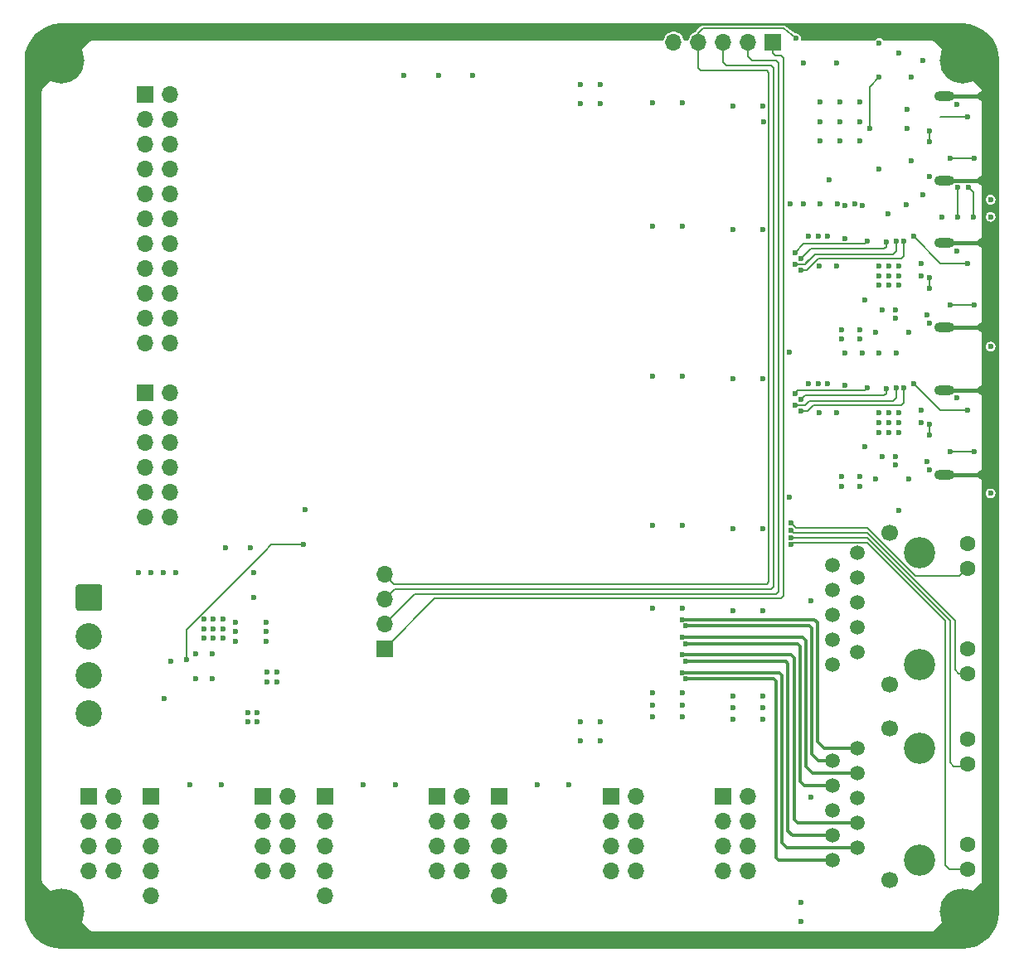
<source format=gbr>
%TF.GenerationSoftware,KiCad,Pcbnew,(5.1.9-0-10_14)*%
%TF.CreationDate,2021-03-28T17:09:14+02:00*%
%TF.ProjectId,FPGA,46504741-2e6b-4696-9361-645f70636258,rev?*%
%TF.SameCoordinates,Original*%
%TF.FileFunction,Copper,L4,Bot*%
%TF.FilePolarity,Positive*%
%FSLAX46Y46*%
G04 Gerber Fmt 4.6, Leading zero omitted, Abs format (unit mm)*
G04 Created by KiCad (PCBNEW (5.1.9-0-10_14)) date 2021-03-28 17:09:14*
%MOMM*%
%LPD*%
G01*
G04 APERTURE LIST*
%TA.AperFunction,ComponentPad*%
%ADD10O,1.600000X1.000000*%
%TD*%
%TA.AperFunction,ComponentPad*%
%ADD11O,2.100000X1.000000*%
%TD*%
%TA.AperFunction,ComponentPad*%
%ADD12O,1.700000X1.700000*%
%TD*%
%TA.AperFunction,ComponentPad*%
%ADD13R,1.700000X1.700000*%
%TD*%
%TA.AperFunction,ComponentPad*%
%ADD14C,3.200000*%
%TD*%
%TA.AperFunction,ComponentPad*%
%ADD15C,1.700000*%
%TD*%
%TA.AperFunction,ComponentPad*%
%ADD16C,1.500000*%
%TD*%
%TA.AperFunction,ComponentPad*%
%ADD17C,1.600000*%
%TD*%
%TA.AperFunction,ComponentPad*%
%ADD18C,4.700000*%
%TD*%
%TA.AperFunction,ComponentPad*%
%ADD19C,2.700000*%
%TD*%
%TA.AperFunction,ViaPad*%
%ADD20C,0.600000*%
%TD*%
%TA.AperFunction,Conductor*%
%ADD21C,0.300000*%
%TD*%
%TA.AperFunction,Conductor*%
%ADD22C,0.200000*%
%TD*%
%TA.AperFunction,Conductor*%
%ADD23C,0.400000*%
%TD*%
%TA.AperFunction,Conductor*%
%ADD24C,0.190500*%
%TD*%
%TA.AperFunction,Conductor*%
%ADD25C,0.100000*%
%TD*%
G04 APERTURE END LIST*
D10*
%TO.P,J501,S1*%
%TO.N,Earth*%
X198325000Y-57680000D03*
X198325000Y-66320000D03*
D11*
X194145000Y-57680000D03*
X194145000Y-66320000D03*
%TD*%
D12*
%TO.P,J4,12*%
%TO.N,/3V3_EXP*%
X115075000Y-100635000D03*
%TO.P,J4,11*%
X112535000Y-100635000D03*
%TO.P,J4,10*%
%TO.N,GND*%
X115075000Y-98095000D03*
%TO.P,J4,9*%
X112535000Y-98095000D03*
%TO.P,J4,8*%
%TO.N,/EXP8*%
X115075000Y-95555000D03*
%TO.P,J4,7*%
%TO.N,/EXP4*%
X112535000Y-95555000D03*
%TO.P,J4,6*%
%TO.N,/EXP7*%
X115075000Y-93015000D03*
%TO.P,J4,5*%
%TO.N,/EXP3*%
X112535000Y-93015000D03*
%TO.P,J4,4*%
%TO.N,/EXP6*%
X115075000Y-90475000D03*
%TO.P,J4,3*%
%TO.N,/EXP2*%
X112535000Y-90475000D03*
%TO.P,J4,2*%
%TO.N,/EXP5*%
X115075000Y-87935000D03*
D13*
%TO.P,J4,1*%
%TO.N,/EXP1*%
X112535000Y-87935000D03*
%TD*%
D12*
%TO.P,J801,22*%
%TO.N,GND*%
X115075000Y-82855000D03*
%TO.P,J801,21*%
%TO.N,/POTI_CLK*%
X112535000Y-82855000D03*
%TO.P,J801,20*%
%TO.N,/POTI_SDO*%
X115075000Y-80315000D03*
%TO.P,J801,19*%
%TO.N,/~POTI_CS*%
X112535000Y-80315000D03*
%TO.P,J801,18*%
%TO.N,/VPOT_A0*%
X115075000Y-77775000D03*
%TO.P,J801,17*%
%TO.N,/VPOT_A3*%
X112535000Y-77775000D03*
%TO.P,J801,16*%
%TO.N,/VPOT_A1*%
X115075000Y-75235000D03*
%TO.P,J801,15*%
%TO.N,/VPOT_A2*%
X112535000Y-75235000D03*
%TO.P,J801,14*%
%TO.N,GND*%
X115075000Y-72695000D03*
%TO.P,J801,13*%
%TO.N,/A*%
X112535000Y-72695000D03*
%TO.P,J801,12*%
%TO.N,GND*%
X115075000Y-70155000D03*
%TO.P,J801,11*%
%TO.N,/B*%
X112535000Y-70155000D03*
%TO.P,J801,10*%
%TO.N,/LED_DATA*%
X115075000Y-67615000D03*
%TO.P,J801,9*%
%TO.N,/~LED_SW_OE*%
X112535000Y-67615000D03*
%TO.P,J801,8*%
%TO.N,/LED_CLK*%
X115075000Y-65075000D03*
%TO.P,J801,7*%
%TO.N,/~LED_DISPLAY_OE*%
X112535000Y-65075000D03*
%TO.P,J801,6*%
%TO.N,/LED_LE*%
X115075000Y-62535000D03*
%TO.P,J801,5*%
%TO.N,/~LED_OE*%
X112535000Y-62535000D03*
%TO.P,J801,4*%
%TO.N,/~SW_SER_CE*%
X115075000Y-59995000D03*
%TO.P,J801,3*%
%TO.N,/~SW_SER_PL*%
X112535000Y-59995000D03*
%TO.P,J801,2*%
%TO.N,/SW_SER_DATA*%
X115075000Y-57455000D03*
D13*
%TO.P,J801,1*%
%TO.N,/SW_SER_CP*%
X112535000Y-57455000D03*
%TD*%
D12*
%TO.P,J602,5*%
%TO.N,GND*%
X148730000Y-139370000D03*
%TO.P,J602,4*%
%TO.N,/DAC1_SCL*%
X148730000Y-136830000D03*
%TO.P,J602,3*%
%TO.N,/DAC1_SDA*%
X148730000Y-134290000D03*
%TO.P,J602,2*%
%TO.N,/DAC1_IRQ*%
X148730000Y-131750000D03*
D13*
%TO.P,J602,1*%
%TO.N,/DAC1_Mute*%
X148730000Y-129210000D03*
%TD*%
D12*
%TO.P,J702,8*%
%TO.N,GND*%
X162700000Y-136830000D03*
%TO.P,J702,7*%
%TO.N,/ADC2_MCLK*%
X160160000Y-136830000D03*
%TO.P,J702,6*%
%TO.N,GND*%
X162700000Y-134290000D03*
%TO.P,J702,5*%
%TO.N,/ADC2_BCLK*%
X160160000Y-134290000D03*
%TO.P,J702,4*%
%TO.N,GND*%
X162700000Y-131750000D03*
%TO.P,J702,3*%
%TO.N,/ADC2_SDOUT*%
X160160000Y-131750000D03*
%TO.P,J702,2*%
%TO.N,GND*%
X162700000Y-129210000D03*
D13*
%TO.P,J702,1*%
%TO.N,/ADC2_LRCLK*%
X160160000Y-129210000D03*
%TD*%
D12*
%TO.P,J701,8*%
%TO.N,GND*%
X174130000Y-136830000D03*
%TO.P,J701,7*%
%TO.N,/ADC1_MCLK*%
X171590000Y-136830000D03*
%TO.P,J701,6*%
%TO.N,GND*%
X174130000Y-134290000D03*
%TO.P,J701,5*%
%TO.N,/ADC1_BCLK*%
X171590000Y-134290000D03*
%TO.P,J701,4*%
%TO.N,GND*%
X174130000Y-131750000D03*
%TO.P,J701,3*%
%TO.N,/ADC1_SDOUT*%
X171590000Y-131750000D03*
%TO.P,J701,2*%
%TO.N,GND*%
X174130000Y-129210000D03*
D13*
%TO.P,J701,1*%
%TO.N,/ADC1_LRCLK*%
X171590000Y-129210000D03*
%TD*%
D12*
%TO.P,J621,8*%
%TO.N,GND*%
X109360000Y-136830000D03*
%TO.P,J621,7*%
%TO.N,/DAC3_SDIN*%
X106820000Y-136830000D03*
%TO.P,J621,6*%
%TO.N,GND*%
X109360000Y-134290000D03*
%TO.P,J621,5*%
%TO.N,/DAC3_BCLK*%
X106820000Y-134290000D03*
%TO.P,J621,4*%
%TO.N,GND*%
X109360000Y-131750000D03*
%TO.P,J621,3*%
%TO.N,/DAC3_LRCLK*%
X106820000Y-131750000D03*
%TO.P,J621,2*%
%TO.N,GND*%
X109360000Y-129210000D03*
D13*
%TO.P,J621,1*%
%TO.N,/DAC3_MCLK*%
X106820000Y-129210000D03*
%TD*%
D12*
%TO.P,J611,8*%
%TO.N,GND*%
X127140000Y-136830000D03*
%TO.P,J611,7*%
%TO.N,/DAC2_SDIN*%
X124600000Y-136830000D03*
%TO.P,J611,6*%
%TO.N,GND*%
X127140000Y-134290000D03*
%TO.P,J611,5*%
%TO.N,/DAC2_BCLK*%
X124600000Y-134290000D03*
%TO.P,J611,4*%
%TO.N,GND*%
X127140000Y-131750000D03*
%TO.P,J611,3*%
%TO.N,/DAC2_LRCLK*%
X124600000Y-131750000D03*
%TO.P,J611,2*%
%TO.N,GND*%
X127140000Y-129210000D03*
D13*
%TO.P,J611,1*%
%TO.N,/DAC2_MCLK*%
X124600000Y-129210000D03*
%TD*%
D12*
%TO.P,J622,5*%
%TO.N,GND*%
X113170000Y-139370000D03*
%TO.P,J622,4*%
%TO.N,/DAC3_SCL*%
X113170000Y-136830000D03*
%TO.P,J622,3*%
%TO.N,/DAC3_SDA*%
X113170000Y-134290000D03*
%TO.P,J622,2*%
%TO.N,/DAC3_IRQ*%
X113170000Y-131750000D03*
D13*
%TO.P,J622,1*%
%TO.N,/DAC3_Mute*%
X113170000Y-129210000D03*
%TD*%
D12*
%TO.P,J612,5*%
%TO.N,GND*%
X130950000Y-139370000D03*
%TO.P,J612,4*%
%TO.N,/DAC2_SCL*%
X130950000Y-136830000D03*
%TO.P,J612,3*%
%TO.N,/DAC2_SDA*%
X130950000Y-134290000D03*
%TO.P,J612,2*%
%TO.N,/DAC2_IRQ*%
X130950000Y-131750000D03*
D13*
%TO.P,J612,1*%
%TO.N,/DAC2_Mute*%
X130950000Y-129210000D03*
%TD*%
D12*
%TO.P,J601,8*%
%TO.N,GND*%
X144920000Y-136830000D03*
%TO.P,J601,7*%
%TO.N,/DAC1_SDIN*%
X142380000Y-136830000D03*
%TO.P,J601,6*%
%TO.N,GND*%
X144920000Y-134290000D03*
%TO.P,J601,5*%
%TO.N,/DAC1_BCLK*%
X142380000Y-134290000D03*
%TO.P,J601,4*%
%TO.N,GND*%
X144920000Y-131750000D03*
%TO.P,J601,3*%
%TO.N,/DAC1_LRCLK*%
X142380000Y-131750000D03*
%TO.P,J601,2*%
%TO.N,GND*%
X144920000Y-129210000D03*
D13*
%TO.P,J601,1*%
%TO.N,/DAC1_MCLK*%
X142380000Y-129210000D03*
%TD*%
D14*
%TO.P,J401,*%
%TO.N,*%
X191600000Y-124285000D03*
X191600000Y-135715000D03*
D15*
X188550000Y-122250000D03*
X188550000Y-137750000D03*
D16*
%TO.P,J401,10*%
%TO.N,/ETH2_4P*%
X185250000Y-124285000D03*
%TO.P,J401,9*%
%TO.N,/ETH2_4N*%
X182710000Y-125555000D03*
%TO.P,J401,8*%
%TO.N,/ETH2_3N*%
X185250000Y-126825000D03*
%TO.P,J401,7*%
%TO.N,/ETH2_3P*%
X182710000Y-128095000D03*
%TO.P,J401,6*%
%TO.N,Net-(C401-Pad1)*%
X185250000Y-129365000D03*
%TO.P,J401,5*%
X182710000Y-130635000D03*
%TO.P,J401,4*%
%TO.N,/ETH2_2P*%
X185250000Y-131905000D03*
%TO.P,J401,3*%
%TO.N,/ETH2_2N*%
X182710000Y-133175000D03*
%TO.P,J401,2*%
%TO.N,/ETH2_1N*%
X185250000Y-134445000D03*
%TO.P,J401,1*%
%TO.N,/ETH2_1P*%
X182710000Y-135715000D03*
D17*
%TO.P,J401,14*%
%TO.N,Net-(J401-Pad14)*%
X196500000Y-123370000D03*
%TO.P,J401,13*%
%TO.N,/ETH2_LED_Y*%
X196500000Y-125910000D03*
%TO.P,J401,12*%
%TO.N,Net-(J401-Pad12)*%
X196500000Y-134090000D03*
%TO.P,J401,11*%
%TO.N,/ETH2_LED_G*%
X196500000Y-136630000D03*
%TD*%
D10*
%TO.P,J201,S1*%
%TO.N,Earth*%
X198325000Y-87680000D03*
X198325000Y-96320000D03*
D11*
X194145000Y-87680000D03*
X194145000Y-96320000D03*
%TD*%
D14*
%TO.P,J301,*%
%TO.N,*%
X191600000Y-104285000D03*
X191600000Y-115715000D03*
D15*
X188550000Y-102250000D03*
X188550000Y-117750000D03*
D16*
%TO.P,J301,10*%
%TO.N,/ETH1_4P*%
X185250000Y-104285000D03*
%TO.P,J301,9*%
%TO.N,/ETH1_4N*%
X182710000Y-105555000D03*
%TO.P,J301,8*%
%TO.N,/ETH1_3N*%
X185250000Y-106825000D03*
%TO.P,J301,7*%
%TO.N,/ETH1_3P*%
X182710000Y-108095000D03*
%TO.P,J301,6*%
%TO.N,Net-(C301-Pad1)*%
X185250000Y-109365000D03*
%TO.P,J301,5*%
X182710000Y-110635000D03*
%TO.P,J301,4*%
%TO.N,/ETH1_2P*%
X185250000Y-111905000D03*
%TO.P,J301,3*%
%TO.N,/ETH1_2N*%
X182710000Y-113175000D03*
%TO.P,J301,2*%
%TO.N,/ETH1_1N*%
X185250000Y-114445000D03*
%TO.P,J301,1*%
%TO.N,/ETH1_1P*%
X182710000Y-115715000D03*
D17*
%TO.P,J301,14*%
%TO.N,Net-(J301-Pad14)*%
X196500000Y-103370000D03*
%TO.P,J301,13*%
%TO.N,/ETH1_LED_Y*%
X196500000Y-105910000D03*
%TO.P,J301,12*%
%TO.N,Net-(J301-Pad12)*%
X196500000Y-114090000D03*
%TO.P,J301,11*%
%TO.N,/ETH1_LED_G*%
X196500000Y-116630000D03*
%TD*%
D10*
%TO.P,J101,S1*%
%TO.N,Earth*%
X198325000Y-72680000D03*
X198325000Y-81320000D03*
D11*
X194145000Y-72680000D03*
X194145000Y-81320000D03*
%TD*%
D12*
%TO.P,J16,5*%
%TO.N,GND*%
X166510000Y-52125000D03*
%TO.P,J16,4*%
%TO.N,/TCK*%
X169050000Y-52125000D03*
%TO.P,J16,3*%
%TO.N,/TMS*%
X171590000Y-52125000D03*
%TO.P,J16,2*%
%TO.N,/TDI*%
X174130000Y-52125000D03*
D13*
%TO.P,J16,1*%
%TO.N,/TDO*%
X176670000Y-52125000D03*
%TD*%
D18*
%TO.P,H4,1*%
%TO.N,Earth*%
X196000000Y-141000000D03*
%TD*%
%TO.P,H3,1*%
%TO.N,Earth*%
X196000000Y-54000000D03*
%TD*%
%TO.P,H2,1*%
%TO.N,Earth*%
X104000000Y-141000000D03*
%TD*%
%TO.P,H1,1*%
%TO.N,Earth*%
X104000000Y-54000000D03*
%TD*%
D12*
%TO.P,J3,4*%
%TO.N,/TCK*%
X136980000Y-106510000D03*
%TO.P,J3,3*%
%TO.N,/TMS*%
X136980000Y-109050000D03*
%TO.P,J3,2*%
%TO.N,/TDI*%
X136980000Y-111590000D03*
D13*
%TO.P,J3,1*%
%TO.N,/TDO*%
X136980000Y-114130000D03*
%TD*%
D19*
%TO.P,J2,4*%
%TO.N,GND*%
X106820000Y-120770000D03*
%TO.P,J2,3*%
X106820000Y-116810000D03*
%TO.P,J2,2*%
%TO.N,+5V*%
X106820000Y-112850000D03*
%TO.P,J2,1*%
%TA.AperFunction,ComponentPad*%
G36*
G01*
X105720001Y-107540000D02*
X107919999Y-107540000D01*
G75*
G02*
X108170000Y-107790001I0J-250001D01*
G01*
X108170000Y-109989999D01*
G75*
G02*
X107919999Y-110240000I-250001J0D01*
G01*
X105720001Y-110240000D01*
G75*
G02*
X105470000Y-109989999I0J250001D01*
G01*
X105470000Y-107790001D01*
G75*
G02*
X105720001Y-107540000I250001J0D01*
G01*
G37*
%TD.AperFunction*%
%TD*%
D20*
%TO.N,GND*%
X119393000Y-114605000D03*
X117742000Y-114605000D03*
X185500000Y-62250000D03*
X181500000Y-60250000D03*
X185500000Y-58250000D03*
X183500000Y-58250000D03*
X181500000Y-62250000D03*
X181500000Y-58250000D03*
X185500000Y-60250000D03*
X183500000Y-62250000D03*
X198875000Y-68250000D03*
X192625000Y-65875000D03*
X157000000Y-123550000D03*
X159000000Y-123550000D03*
X159000000Y-121550000D03*
X157000000Y-121550000D03*
X159000000Y-56450000D03*
X159000000Y-58450000D03*
X157000000Y-58450000D03*
X157000000Y-56450000D03*
X189125000Y-95375000D03*
X184000000Y-83875000D03*
X198875000Y-98250000D03*
X189250000Y-83875000D03*
X185750000Y-83875000D03*
X189500000Y-91000000D03*
X189500000Y-90000000D03*
X187500000Y-91000000D03*
X189500000Y-92000000D03*
X188500000Y-91000000D03*
X188500000Y-90000000D03*
X187500000Y-92000000D03*
X188500000Y-92000000D03*
X187500000Y-90000000D03*
X185500000Y-96500000D03*
X185500000Y-97500000D03*
X190500000Y-96750000D03*
X192625000Y-95875000D03*
X187125000Y-96750000D03*
X181250000Y-87000000D03*
X187500000Y-83875000D03*
X183125000Y-90000000D03*
X188500000Y-76000000D03*
X188500000Y-75000000D03*
X189500000Y-75000000D03*
X189500000Y-76000000D03*
X189500000Y-77000000D03*
X188500000Y-77000000D03*
X187500000Y-77000000D03*
X187500000Y-76000000D03*
X187500000Y-75000000D03*
X181250000Y-72000000D03*
X183125000Y-75000000D03*
X185750000Y-68875000D03*
X184000000Y-68875000D03*
X189125000Y-80375000D03*
X190500000Y-81750000D03*
X187125000Y-81750000D03*
X198875000Y-83250000D03*
X185500000Y-81500000D03*
X185500000Y-82500000D03*
X192625000Y-80875000D03*
X172600000Y-58650000D03*
X172600000Y-71250000D03*
X172600000Y-86550000D03*
X172600000Y-101850000D03*
X172600000Y-118950000D03*
X172600000Y-120150000D03*
X172600000Y-121350000D03*
X175600000Y-121350000D03*
X175600000Y-120150000D03*
X175600000Y-118950000D03*
X175600000Y-101850000D03*
X175600000Y-86550000D03*
X175600000Y-71250000D03*
X175600000Y-58650000D03*
X167400000Y-58350000D03*
X164400000Y-58350000D03*
X167400000Y-70950000D03*
X164400000Y-70950000D03*
X167400000Y-86250000D03*
X164400000Y-86250000D03*
X167400000Y-101550000D03*
X164400000Y-101550000D03*
X167400000Y-109950000D03*
X164400000Y-109950000D03*
X175600000Y-110250000D03*
X172600000Y-110250000D03*
X189500000Y-100000000D03*
X180500000Y-109250000D03*
X180500000Y-129250000D03*
X179500000Y-140000000D03*
X179500000Y-142000000D03*
X198875000Y-68250000D03*
X198875000Y-70000000D03*
X193875000Y-70000000D03*
X187473000Y-65125000D03*
X190375000Y-61000000D03*
X190375000Y-59000000D03*
X181500000Y-68625000D03*
X185000000Y-68625000D03*
X183250000Y-68625000D03*
X179750000Y-68625000D03*
X178375000Y-68625000D03*
X192000000Y-54000000D03*
X183125000Y-54250000D03*
X183500000Y-60250000D03*
X123330000Y-103810000D03*
X120790000Y-103810000D03*
X123647500Y-106350000D03*
X123647500Y-108890000D03*
X124917500Y-111430000D03*
X124917500Y-112382500D03*
X124917500Y-113335000D03*
X121742500Y-113335000D03*
X121742500Y-112382500D03*
X121742500Y-111430000D03*
X114440000Y-106350000D03*
X115710000Y-106350000D03*
X195466000Y-58500000D03*
X195402500Y-88500000D03*
X195402500Y-73500000D03*
X188375000Y-69675000D03*
X192000000Y-67750000D03*
X190250000Y-68750000D03*
X187500000Y-52250000D03*
X146000000Y-55500000D03*
X142500000Y-55500000D03*
X139000000Y-55500000D03*
X114500000Y-119250000D03*
X128875000Y-99875000D03*
X119393000Y-117145000D03*
X117742000Y-117145000D03*
%TO.N,+5V*%
X125000000Y-116500000D03*
X125000000Y-117500000D03*
X126000000Y-116500000D03*
X126000000Y-117500000D03*
%TO.N,/ETH2_1P*%
X167725125Y-117200250D03*
%TO.N,/ETH2_1N*%
X167400000Y-116550000D03*
%TO.N,/ETH2_2N*%
X167725125Y-115400250D03*
%TO.N,/ETH2_2P*%
X167400000Y-114750000D03*
%TO.N,/ETH2_3P*%
X167725125Y-113600250D03*
%TO.N,/ETH2_3N*%
X167400000Y-112950000D03*
%TO.N,/ETH2_4N*%
X167725125Y-111800250D03*
%TO.N,/ETH2_4P*%
X167400000Y-111150000D03*
%TO.N,/TCK*%
X179000000Y-51750000D03*
%TO.N,+3V3*%
X178300000Y-98600000D03*
X120325000Y-128000000D03*
X117075000Y-128000000D03*
X138075000Y-128000000D03*
X134825000Y-128000000D03*
X190750000Y-55750000D03*
X190750000Y-64250000D03*
X182370000Y-66225000D03*
X189500000Y-53250000D03*
X155825000Y-128000000D03*
X152575000Y-128000000D03*
X118567500Y-112065000D03*
X118567500Y-111112500D03*
X119520000Y-111112500D03*
X119520000Y-112065000D03*
X119520000Y-113017500D03*
X120472500Y-113017500D03*
X120472500Y-112065000D03*
X120472500Y-111112500D03*
X111900000Y-106350000D03*
X113170000Y-106350000D03*
X175723000Y-60250000D03*
X179750000Y-54250000D03*
X115175000Y-115425000D03*
X118567500Y-113017500D03*
X178300000Y-83800000D03*
%TO.N,/USB2/VBUS*%
X194750000Y-94000000D03*
X197250000Y-94000000D03*
X191000000Y-87000000D03*
X196500000Y-89750000D03*
%TO.N,/USB2/D+*%
X192625000Y-91223000D03*
X192625000Y-92277000D03*
%TO.N,/USB1/VBUS*%
X194750000Y-79000000D03*
X197250000Y-79000000D03*
X191000000Y-72000000D03*
X196500000Y-74750000D03*
%TO.N,/USB1/D+*%
X192625000Y-76223000D03*
X192625000Y-77277000D03*
%TO.N,/USB1/3V3_USB*%
X191750000Y-76000000D03*
X191750000Y-74723000D03*
X187777000Y-79500000D03*
X182200000Y-72000000D03*
X180300000Y-72000000D03*
X181375000Y-75000000D03*
X184000000Y-72223000D03*
X186000000Y-78500000D03*
X192375000Y-80000000D03*
X189125000Y-79500000D03*
X183625000Y-81500000D03*
X183625000Y-82500000D03*
%TO.N,/USB2/3V3_USB*%
X191750000Y-89723000D03*
X187777000Y-94500000D03*
X186000000Y-93500000D03*
X182200000Y-87000000D03*
X183625000Y-97500000D03*
X191750000Y-91000000D03*
X189125000Y-94500000D03*
X183625000Y-96500000D03*
X180300000Y-87000000D03*
X192375000Y-95000000D03*
X181375000Y-90000000D03*
X184000000Y-87223000D03*
%TO.N,/USB1_DIR*%
X186250000Y-72500000D03*
X178900000Y-73650000D03*
%TO.N,/USB1_STP*%
X188223000Y-72527000D03*
X179500000Y-74250000D03*
%TO.N,/USB1_RESET*%
X189277000Y-72500000D03*
X178900000Y-74850000D03*
%TO.N,/USB1_CLK*%
X190004003Y-72500000D03*
X179500000Y-75450000D03*
%TO.N,/USB2_DIR*%
X186250000Y-87500000D03*
X178900000Y-88050000D03*
%TO.N,/USB2_STP*%
X179500000Y-88650000D03*
X188223000Y-87527000D03*
%TO.N,/USB2_RESET*%
X189277000Y-87500000D03*
X178900000Y-89250000D03*
%TO.N,/USB2_CLK*%
X190004003Y-87500000D03*
X179500000Y-89850000D03*
%TO.N,/ETH1_LED_Y*%
X178500000Y-101250000D03*
%TO.N,/ETH1_LED_G*%
X178500000Y-102000000D03*
%TO.N,/ETH2_LED_Y*%
X178500000Y-102750000D03*
%TO.N,/ETH2_LED_G*%
X178500000Y-103500000D03*
%TO.N,/Debug/VBUS*%
X196500000Y-59750000D03*
X197250000Y-64000000D03*
X194750000Y-64000000D03*
%TO.N,/Debug/CC1*%
X195500000Y-70000000D03*
X195500000Y-67000000D03*
%TO.N,/Debug/D+*%
X192625000Y-62277000D03*
X192625000Y-61223000D03*
%TO.N,/Debug/CC2*%
X197125000Y-70000000D03*
X196625000Y-67000000D03*
%TO.N,Net-(R508-Pad2)*%
X187500000Y-55750000D03*
X186500000Y-60973000D03*
%TO.N,/5V_FPGA*%
X123012500Y-120637500D03*
X167400000Y-118650000D03*
X167400000Y-119850000D03*
X167400000Y-121050000D03*
X164400000Y-118650000D03*
X164400000Y-119850000D03*
X164400000Y-121050000D03*
X123012500Y-121590000D03*
X123965000Y-120637500D03*
X123965000Y-121590000D03*
%TO.N,/FPGA_EN*%
X116750000Y-115250000D03*
X128750000Y-103500000D03*
%TD*%
D21*
%TO.N,/ETH2_1P*%
X167725125Y-117200250D02*
X176750250Y-117200250D01*
X176750250Y-117200250D02*
X177000000Y-117450000D01*
X177000000Y-117450000D02*
X177000000Y-135450000D01*
X177265000Y-135715000D02*
X182710000Y-135715000D01*
X177000000Y-135450000D02*
X177265000Y-135715000D01*
%TO.N,/ETH2_1N*%
X178095000Y-134445000D02*
X185250000Y-134445000D01*
X177600000Y-133950000D02*
X178095000Y-134445000D01*
X167400000Y-116550000D02*
X177300000Y-116550000D01*
X177300000Y-116550000D02*
X177600000Y-116850000D01*
X177600000Y-116850000D02*
X177600000Y-133950000D01*
%TO.N,/ETH2_2N*%
X178625000Y-133175000D02*
X182710000Y-133175000D01*
X178200000Y-115650000D02*
X178200000Y-132750000D01*
X178200000Y-132750000D02*
X178625000Y-133175000D01*
X177950250Y-115400250D02*
X178200000Y-115650000D01*
X167725125Y-115400250D02*
X177950250Y-115400250D01*
%TO.N,/ETH2_2P*%
X179155000Y-131905000D02*
X185250000Y-131905000D01*
X178800000Y-115050000D02*
X178800000Y-131550000D01*
X178500000Y-114750000D02*
X178800000Y-115050000D01*
X178800000Y-131550000D02*
X179155000Y-131905000D01*
X167400000Y-114750000D02*
X178500000Y-114750000D01*
%TO.N,/ETH2_3P*%
X167725125Y-113600250D02*
X179150250Y-113600250D01*
X179150250Y-113600250D02*
X179400000Y-113850000D01*
X179400000Y-113850000D02*
X179400000Y-127650000D01*
X179845000Y-128095000D02*
X182710000Y-128095000D01*
X179400000Y-127650000D02*
X179845000Y-128095000D01*
%TO.N,/ETH2_3N*%
X167400000Y-112950000D02*
X179700000Y-112950000D01*
X179700000Y-112950000D02*
X180000000Y-113250000D01*
X180000000Y-113250000D02*
X180000000Y-126150000D01*
X180675000Y-126825000D02*
X185250000Y-126825000D01*
X180000000Y-126150000D02*
X180675000Y-126825000D01*
%TO.N,/ETH2_4N*%
X181270000Y-125555000D02*
X182710000Y-125555000D01*
X180600000Y-124885000D02*
X181270000Y-125555000D01*
X180600000Y-112050000D02*
X180600000Y-124885000D01*
X180350250Y-111800250D02*
X180600000Y-112050000D01*
X167725125Y-111800250D02*
X180350250Y-111800250D01*
%TO.N,/ETH2_4P*%
X181905000Y-124285000D02*
X185250000Y-124285000D01*
X181200000Y-123580000D02*
X181905000Y-124285000D01*
X180900000Y-111150000D02*
X181200000Y-111450000D01*
X181200000Y-111450000D02*
X181200000Y-123580000D01*
X167400000Y-111150000D02*
X180900000Y-111150000D01*
D22*
%TO.N,/TCK*%
X176000000Y-107500000D02*
X137970000Y-107500000D01*
X176250000Y-107250000D02*
X176000000Y-107500000D01*
X176250000Y-55250000D02*
X176250000Y-107250000D01*
X176000000Y-55000000D02*
X176250000Y-55250000D01*
X137970000Y-107500000D02*
X136980000Y-106510000D01*
X169250000Y-55000000D02*
X176000000Y-55000000D01*
X169050000Y-54800000D02*
X169250000Y-55000000D01*
X169050000Y-52125000D02*
X169050000Y-54800000D01*
X169050000Y-51200000D02*
X169050000Y-52125000D01*
X169500000Y-50750000D02*
X169050000Y-51200000D01*
X177750000Y-50750000D02*
X169500000Y-50750000D01*
X179000000Y-51750000D02*
X177750000Y-50750000D01*
%TO.N,/TMS*%
X176500000Y-108000000D02*
X138030000Y-108000000D01*
X176750000Y-107750000D02*
X176500000Y-108000000D01*
X138030000Y-108000000D02*
X136980000Y-109050000D01*
X176750000Y-54750000D02*
X176750000Y-107750000D01*
X176500000Y-54500000D02*
X176750000Y-54750000D01*
X171930000Y-54500000D02*
X176500000Y-54500000D01*
X171590000Y-54160000D02*
X171930000Y-54500000D01*
X171590000Y-52125000D02*
X171590000Y-54160000D01*
%TO.N,/TDI*%
X140070000Y-108500000D02*
X136980000Y-111590000D01*
X177250000Y-108250000D02*
X177000000Y-108500000D01*
X177000000Y-54000000D02*
X177250000Y-54250000D01*
X177000000Y-108500000D02*
X140070000Y-108500000D01*
X174500000Y-54000000D02*
X177000000Y-54000000D01*
X177250000Y-54250000D02*
X177250000Y-108250000D01*
X174130000Y-53630000D02*
X174500000Y-54000000D01*
X174130000Y-52125000D02*
X174130000Y-53630000D01*
%TO.N,/TDO*%
X177750000Y-108750000D02*
X177500000Y-109000000D01*
X176875000Y-53500000D02*
X177500000Y-53500000D01*
X177750000Y-53750000D02*
X177750000Y-108750000D01*
X177500000Y-53500000D02*
X177750000Y-53750000D01*
X142110000Y-109000000D02*
X136980000Y-114130000D01*
X176670000Y-53295000D02*
X176875000Y-53500000D01*
X177500000Y-109000000D02*
X142110000Y-109000000D01*
X176670000Y-52125000D02*
X176670000Y-53295000D01*
D23*
%TO.N,Earth*%
X194145000Y-66320000D02*
X198325000Y-66320000D01*
X194145000Y-57680000D02*
X198325000Y-57680000D01*
X194145000Y-87680000D02*
X198325000Y-87680000D01*
X194145000Y-96320000D02*
X198325000Y-96320000D01*
X194145000Y-81320000D02*
X198325000Y-81320000D01*
X194145000Y-72680000D02*
X198325000Y-72680000D01*
D22*
%TO.N,/USB2/VBUS*%
X194750000Y-94000000D02*
X197250000Y-94000000D01*
X193750000Y-89750000D02*
X196500000Y-89750000D01*
X191000000Y-87000000D02*
X193750000Y-89750000D01*
%TO.N,/USB2/D+*%
X192625000Y-92277000D02*
X192625000Y-91223000D01*
%TO.N,/USB1/VBUS*%
X194750000Y-79000000D02*
X197250000Y-79000000D01*
X193750000Y-74750000D02*
X196500000Y-74750000D01*
X191000000Y-72000000D02*
X193750000Y-74750000D01*
%TO.N,/USB1/D+*%
X192625000Y-77277000D02*
X192625000Y-76223000D01*
%TO.N,/USB1_DIR*%
X186250000Y-72500000D02*
X186000000Y-72750000D01*
X186000000Y-72750000D02*
X181000000Y-72750000D01*
X179800000Y-72750000D02*
X178900000Y-73650000D01*
X181000000Y-72750000D02*
X179800000Y-72750000D01*
%TO.N,/USB1_STP*%
X188223000Y-73027000D02*
X188000000Y-73250000D01*
X188223000Y-72527000D02*
X188223000Y-73027000D01*
X180500000Y-73250000D02*
X180900000Y-73250000D01*
X179500000Y-74250000D02*
X180500000Y-73250000D01*
X188000000Y-73250000D02*
X180900000Y-73250000D01*
%TO.N,/USB1_RESET*%
X180948632Y-73801368D02*
X179973000Y-74777000D01*
X188948632Y-73801368D02*
X180948632Y-73801368D01*
X189277000Y-73473000D02*
X188948632Y-73801368D01*
X189277000Y-72500000D02*
X189277000Y-73473000D01*
X179900000Y-74850000D02*
X180948632Y-73801368D01*
X178900000Y-74850000D02*
X179900000Y-74850000D01*
%TO.N,/USB1_CLK*%
X189750000Y-74250000D02*
X181750000Y-74250000D01*
X190004003Y-73995997D02*
X189750000Y-74250000D01*
X190004003Y-72500000D02*
X190004003Y-73995997D01*
X179500000Y-75450000D02*
X180100000Y-75450000D01*
X181300000Y-74250000D02*
X181750000Y-74250000D01*
X180100000Y-75450000D02*
X181300000Y-74250000D01*
%TO.N,/USB2_DIR*%
X186000000Y-87750000D02*
X181000000Y-87750000D01*
X186250000Y-87500000D02*
X186000000Y-87750000D01*
X179199999Y-87750001D02*
X178900000Y-88050000D01*
X180050000Y-87750000D02*
X179199999Y-87750001D01*
X181000000Y-87750000D02*
X180050000Y-87750000D01*
%TO.N,/USB2_STP*%
X188223000Y-88027000D02*
X188000000Y-88250000D01*
X188223000Y-87527000D02*
X188223000Y-88027000D01*
X188000000Y-88250000D02*
X180900000Y-88250000D01*
X179900000Y-88250000D02*
X179500000Y-88650000D01*
X180900000Y-88250000D02*
X179900000Y-88250000D01*
%TO.N,/USB2_RESET*%
X189277000Y-88473000D02*
X188948632Y-88801368D01*
X188948632Y-88801368D02*
X180948632Y-88801368D01*
X189277000Y-87500000D02*
X189277000Y-88473000D01*
X178900000Y-89250000D02*
X179950000Y-89250000D01*
X180398632Y-88801368D02*
X180948632Y-88801368D01*
X179950000Y-89250000D02*
X180398632Y-88801368D01*
%TO.N,/USB2_CLK*%
X190004003Y-87500000D02*
X190004003Y-88995997D01*
X189750000Y-89250000D02*
X181750000Y-89250000D01*
X190004003Y-88995997D02*
X189750000Y-89250000D01*
X181300000Y-89250000D02*
X181750000Y-89250000D01*
X179500000Y-89850000D02*
X180150000Y-89850000D01*
X180750000Y-89250000D02*
X181300000Y-89250000D01*
X180150000Y-89850000D02*
X180750000Y-89250000D01*
%TO.N,/ETH1_LED_Y*%
X191209999Y-106709999D02*
X186250000Y-101750000D01*
X179000000Y-101750000D02*
X178500000Y-101250000D01*
X186250000Y-101750000D02*
X179000000Y-101750000D01*
X195700001Y-106709999D02*
X191209999Y-106709999D01*
X196500000Y-105910000D02*
X195700001Y-106709999D01*
%TO.N,/ETH1_LED_G*%
X186250000Y-102250000D02*
X178750000Y-102250000D01*
X178750000Y-102250000D02*
X178500000Y-102000000D01*
X196500000Y-116630000D02*
X195630000Y-116630000D01*
X195250000Y-116250000D02*
X195250000Y-111250000D01*
X195630000Y-116630000D02*
X195250000Y-116250000D01*
X195250000Y-111250000D02*
X186250000Y-102250000D01*
%TO.N,/ETH2_LED_Y*%
X194750000Y-125750000D02*
X195112001Y-126112001D01*
X195112001Y-126112001D02*
X196297999Y-126112001D01*
X194750000Y-111250000D02*
X194750000Y-125750000D01*
X196297999Y-126112001D02*
X196500000Y-125910000D01*
X186250000Y-102750000D02*
X194750000Y-111250000D01*
X178500000Y-102750000D02*
X186250000Y-102750000D01*
%TO.N,/ETH2_LED_G*%
X178750000Y-103250000D02*
X178500000Y-103500000D01*
X186250000Y-103250000D02*
X178750000Y-103250000D01*
X189250000Y-106250000D02*
X186250000Y-103250000D01*
X189250000Y-106250000D02*
X194250000Y-111250000D01*
X194630000Y-136630000D02*
X194250000Y-136250000D01*
X196500000Y-136630000D02*
X194630000Y-136630000D01*
X194250000Y-111250000D02*
X194250000Y-136250000D01*
%TO.N,/Debug/VBUS*%
X193750000Y-59750000D02*
X196500000Y-59750000D01*
X194750000Y-64000000D02*
X197250000Y-64000000D01*
%TO.N,/Debug/CC1*%
X195500000Y-67000000D02*
X195500000Y-67125000D01*
X195500000Y-67125000D02*
X195500000Y-70000000D01*
%TO.N,/Debug/D+*%
X192625000Y-62277000D02*
X192625000Y-61223000D01*
%TO.N,/Debug/CC2*%
X197125000Y-67500000D02*
X196625000Y-67000000D01*
X197125000Y-70000000D02*
X197125000Y-67500000D01*
%TO.N,Net-(R508-Pad2)*%
X186500000Y-56750000D02*
X187500000Y-55750000D01*
X186500000Y-60973000D02*
X186500000Y-56750000D01*
%TO.N,/FPGA_EN*%
X116750000Y-115250000D02*
X116750000Y-112150038D01*
X125400038Y-103500000D02*
X124700019Y-104200019D01*
X128750000Y-103500000D02*
X125400038Y-103500000D01*
X124700019Y-104200019D02*
X124750000Y-104150038D01*
X116750000Y-112150038D02*
X124700019Y-104200019D01*
%TD*%
D24*
%TO.N,Earth*%
X196716289Y-50382473D02*
X197405297Y-50590497D01*
X198040775Y-50928386D01*
X198598523Y-51383274D01*
X199057292Y-51937832D01*
X199399610Y-52570936D01*
X199612438Y-53258472D01*
X199689210Y-53988904D01*
X199689251Y-54000791D01*
X199689250Y-140984801D01*
X199617527Y-141716289D01*
X199409504Y-142405295D01*
X199071614Y-143040775D01*
X198616726Y-143598523D01*
X198062171Y-144057290D01*
X197429066Y-144399609D01*
X196741528Y-144612438D01*
X196011097Y-144689210D01*
X195999497Y-144689250D01*
X104015199Y-144689250D01*
X103283711Y-144617527D01*
X102594705Y-144409504D01*
X101959225Y-144071614D01*
X101401477Y-143616726D01*
X100942710Y-143062171D01*
X100600391Y-142429066D01*
X100387562Y-141741528D01*
X100310790Y-141011097D01*
X100310750Y-140999497D01*
X100310750Y-57210420D01*
X101904750Y-57210420D01*
X101904750Y-137789580D01*
X101905565Y-137802013D01*
X101922875Y-137933493D01*
X101929310Y-137957510D01*
X101980059Y-138080030D01*
X101992492Y-138101565D01*
X102073223Y-138206775D01*
X102081438Y-138216142D01*
X106783858Y-142918562D01*
X106793225Y-142926777D01*
X106898435Y-143007508D01*
X106919970Y-143019941D01*
X107042490Y-143070690D01*
X107066507Y-143077125D01*
X107197987Y-143094435D01*
X107210420Y-143095250D01*
X192789580Y-143095250D01*
X192802013Y-143094435D01*
X192933493Y-143077125D01*
X192957510Y-143070690D01*
X193080030Y-143019941D01*
X193101565Y-143007508D01*
X193206775Y-142926777D01*
X193216142Y-142918562D01*
X197918562Y-138216142D01*
X197926777Y-138206775D01*
X198007508Y-138101565D01*
X198019941Y-138080030D01*
X198070690Y-137957510D01*
X198077125Y-137933493D01*
X198094435Y-137802013D01*
X198095250Y-137789580D01*
X198095250Y-98192309D01*
X198289250Y-98192309D01*
X198289250Y-98307691D01*
X198311760Y-98420857D01*
X198355915Y-98527457D01*
X198420018Y-98623394D01*
X198501606Y-98704982D01*
X198597543Y-98769085D01*
X198704143Y-98813240D01*
X198817309Y-98835750D01*
X198932691Y-98835750D01*
X199045857Y-98813240D01*
X199152457Y-98769085D01*
X199248394Y-98704982D01*
X199329982Y-98623394D01*
X199394085Y-98527457D01*
X199438240Y-98420857D01*
X199460750Y-98307691D01*
X199460750Y-98192309D01*
X199438240Y-98079143D01*
X199394085Y-97972543D01*
X199329982Y-97876606D01*
X199248394Y-97795018D01*
X199152457Y-97730915D01*
X199045857Y-97686760D01*
X198932691Y-97664250D01*
X198817309Y-97664250D01*
X198704143Y-97686760D01*
X198597543Y-97730915D01*
X198501606Y-97795018D01*
X198420018Y-97876606D01*
X198355915Y-97972543D01*
X198311760Y-98079143D01*
X198289250Y-98192309D01*
X198095250Y-98192309D01*
X198095250Y-83192309D01*
X198289250Y-83192309D01*
X198289250Y-83307691D01*
X198311760Y-83420857D01*
X198355915Y-83527457D01*
X198420018Y-83623394D01*
X198501606Y-83704982D01*
X198597543Y-83769085D01*
X198704143Y-83813240D01*
X198817309Y-83835750D01*
X198932691Y-83835750D01*
X199045857Y-83813240D01*
X199152457Y-83769085D01*
X199248394Y-83704982D01*
X199329982Y-83623394D01*
X199394085Y-83527457D01*
X199438240Y-83420857D01*
X199460750Y-83307691D01*
X199460750Y-83192309D01*
X199438240Y-83079143D01*
X199394085Y-82972543D01*
X199329982Y-82876606D01*
X199248394Y-82795018D01*
X199152457Y-82730915D01*
X199045857Y-82686760D01*
X198932691Y-82664250D01*
X198817309Y-82664250D01*
X198704143Y-82686760D01*
X198597543Y-82730915D01*
X198501606Y-82795018D01*
X198420018Y-82876606D01*
X198355915Y-82972543D01*
X198311760Y-83079143D01*
X198289250Y-83192309D01*
X198095250Y-83192309D01*
X198095250Y-69942309D01*
X198289250Y-69942309D01*
X198289250Y-70057691D01*
X198311760Y-70170857D01*
X198355915Y-70277457D01*
X198420018Y-70373394D01*
X198501606Y-70454982D01*
X198597543Y-70519085D01*
X198704143Y-70563240D01*
X198817309Y-70585750D01*
X198932691Y-70585750D01*
X199045857Y-70563240D01*
X199152457Y-70519085D01*
X199248394Y-70454982D01*
X199329982Y-70373394D01*
X199394085Y-70277457D01*
X199438240Y-70170857D01*
X199460750Y-70057691D01*
X199460750Y-69942309D01*
X199438240Y-69829143D01*
X199394085Y-69722543D01*
X199329982Y-69626606D01*
X199248394Y-69545018D01*
X199152457Y-69480915D01*
X199045857Y-69436760D01*
X198932691Y-69414250D01*
X198817309Y-69414250D01*
X198704143Y-69436760D01*
X198597543Y-69480915D01*
X198501606Y-69545018D01*
X198420018Y-69626606D01*
X198355915Y-69722543D01*
X198311760Y-69829143D01*
X198289250Y-69942309D01*
X198095250Y-69942309D01*
X198095250Y-68192309D01*
X198289250Y-68192309D01*
X198289250Y-68307691D01*
X198311760Y-68420857D01*
X198355915Y-68527457D01*
X198420018Y-68623394D01*
X198501606Y-68704982D01*
X198597543Y-68769085D01*
X198704143Y-68813240D01*
X198817309Y-68835750D01*
X198932691Y-68835750D01*
X199045857Y-68813240D01*
X199152457Y-68769085D01*
X199248394Y-68704982D01*
X199329982Y-68623394D01*
X199394085Y-68527457D01*
X199438240Y-68420857D01*
X199460750Y-68307691D01*
X199460750Y-68192309D01*
X199438240Y-68079143D01*
X199394085Y-67972543D01*
X199329982Y-67876606D01*
X199248394Y-67795018D01*
X199152457Y-67730915D01*
X199045857Y-67686760D01*
X198932691Y-67664250D01*
X198817309Y-67664250D01*
X198704143Y-67686760D01*
X198597543Y-67730915D01*
X198501606Y-67795018D01*
X198420018Y-67876606D01*
X198355915Y-67972543D01*
X198311760Y-68079143D01*
X198289250Y-68192309D01*
X198095250Y-68192309D01*
X198095250Y-57210420D01*
X198094435Y-57197987D01*
X198077125Y-57066507D01*
X198070690Y-57042490D01*
X198019941Y-56919970D01*
X198007508Y-56898435D01*
X197926777Y-56793225D01*
X197918562Y-56783858D01*
X193216142Y-52081438D01*
X193206775Y-52073223D01*
X193101565Y-51992492D01*
X193080030Y-51980059D01*
X192957510Y-51929310D01*
X192933493Y-51922875D01*
X192802013Y-51905565D01*
X192789580Y-51904750D01*
X187973787Y-51904750D01*
X187954982Y-51876606D01*
X187873394Y-51795018D01*
X187777457Y-51730915D01*
X187670857Y-51686760D01*
X187557691Y-51664250D01*
X187442309Y-51664250D01*
X187329143Y-51686760D01*
X187222543Y-51730915D01*
X187126606Y-51795018D01*
X187045018Y-51876606D01*
X187026213Y-51904750D01*
X179566444Y-51904750D01*
X179585750Y-51807691D01*
X179585750Y-51692309D01*
X179563240Y-51579143D01*
X179519085Y-51472543D01*
X179454982Y-51376606D01*
X179373394Y-51295018D01*
X179277457Y-51230915D01*
X179170857Y-51186760D01*
X179057691Y-51164250D01*
X178942309Y-51164250D01*
X178896663Y-51173330D01*
X177992893Y-50450315D01*
X177965348Y-50427709D01*
X177946416Y-50417590D01*
X177928439Y-50405900D01*
X177913004Y-50399731D01*
X177898334Y-50391890D01*
X177877796Y-50385660D01*
X177857880Y-50377700D01*
X177841539Y-50374661D01*
X177825620Y-50369832D01*
X177804260Y-50367728D01*
X177783175Y-50363807D01*
X177747670Y-50364250D01*
X169518945Y-50364250D01*
X169499999Y-50362384D01*
X169424379Y-50369832D01*
X169411741Y-50373666D01*
X169351666Y-50391890D01*
X169284652Y-50427709D01*
X169225914Y-50475914D01*
X169213836Y-50490631D01*
X168790636Y-50913832D01*
X168775914Y-50925914D01*
X168727709Y-50984653D01*
X168697148Y-51041830D01*
X168512021Y-51118512D01*
X168326002Y-51242806D01*
X168167806Y-51401002D01*
X168043512Y-51587021D01*
X167957897Y-51793714D01*
X167935810Y-51904750D01*
X167624190Y-51904750D01*
X167602103Y-51793714D01*
X167516488Y-51587021D01*
X167392194Y-51401002D01*
X167233998Y-51242806D01*
X167047979Y-51118512D01*
X166841286Y-51032897D01*
X166621862Y-50989250D01*
X166398138Y-50989250D01*
X166178714Y-51032897D01*
X165972021Y-51118512D01*
X165786002Y-51242806D01*
X165627806Y-51401002D01*
X165503512Y-51587021D01*
X165417897Y-51793714D01*
X165395810Y-51904750D01*
X107210420Y-51904750D01*
X107197987Y-51905565D01*
X107066507Y-51922875D01*
X107042490Y-51929310D01*
X106919970Y-51980059D01*
X106898435Y-51992492D01*
X106793225Y-52073223D01*
X106783858Y-52081438D01*
X102081438Y-56783858D01*
X102073223Y-56793225D01*
X101992492Y-56898435D01*
X101980059Y-56919970D01*
X101929310Y-57042490D01*
X101922875Y-57066507D01*
X101905565Y-57197987D01*
X101904750Y-57210420D01*
X100310750Y-57210420D01*
X100310750Y-54015199D01*
X100382473Y-53283711D01*
X100590497Y-52594703D01*
X100928386Y-51959225D01*
X101383274Y-51401477D01*
X101937832Y-50942708D01*
X102570936Y-50600390D01*
X103258472Y-50387562D01*
X103988904Y-50310790D01*
X104000503Y-50310750D01*
X195984801Y-50310750D01*
X196716289Y-50382473D01*
%TA.AperFunction,Conductor*%
D25*
G36*
X196716289Y-50382473D02*
G01*
X197405297Y-50590497D01*
X198040775Y-50928386D01*
X198598523Y-51383274D01*
X199057292Y-51937832D01*
X199399610Y-52570936D01*
X199612438Y-53258472D01*
X199689210Y-53988904D01*
X199689251Y-54000791D01*
X199689250Y-140984801D01*
X199617527Y-141716289D01*
X199409504Y-142405295D01*
X199071614Y-143040775D01*
X198616726Y-143598523D01*
X198062171Y-144057290D01*
X197429066Y-144399609D01*
X196741528Y-144612438D01*
X196011097Y-144689210D01*
X195999497Y-144689250D01*
X104015199Y-144689250D01*
X103283711Y-144617527D01*
X102594705Y-144409504D01*
X101959225Y-144071614D01*
X101401477Y-143616726D01*
X100942710Y-143062171D01*
X100600391Y-142429066D01*
X100387562Y-141741528D01*
X100310790Y-141011097D01*
X100310750Y-140999497D01*
X100310750Y-57210420D01*
X101904750Y-57210420D01*
X101904750Y-137789580D01*
X101905565Y-137802013D01*
X101922875Y-137933493D01*
X101929310Y-137957510D01*
X101980059Y-138080030D01*
X101992492Y-138101565D01*
X102073223Y-138206775D01*
X102081438Y-138216142D01*
X106783858Y-142918562D01*
X106793225Y-142926777D01*
X106898435Y-143007508D01*
X106919970Y-143019941D01*
X107042490Y-143070690D01*
X107066507Y-143077125D01*
X107197987Y-143094435D01*
X107210420Y-143095250D01*
X192789580Y-143095250D01*
X192802013Y-143094435D01*
X192933493Y-143077125D01*
X192957510Y-143070690D01*
X193080030Y-143019941D01*
X193101565Y-143007508D01*
X193206775Y-142926777D01*
X193216142Y-142918562D01*
X197918562Y-138216142D01*
X197926777Y-138206775D01*
X198007508Y-138101565D01*
X198019941Y-138080030D01*
X198070690Y-137957510D01*
X198077125Y-137933493D01*
X198094435Y-137802013D01*
X198095250Y-137789580D01*
X198095250Y-98192309D01*
X198289250Y-98192309D01*
X198289250Y-98307691D01*
X198311760Y-98420857D01*
X198355915Y-98527457D01*
X198420018Y-98623394D01*
X198501606Y-98704982D01*
X198597543Y-98769085D01*
X198704143Y-98813240D01*
X198817309Y-98835750D01*
X198932691Y-98835750D01*
X199045857Y-98813240D01*
X199152457Y-98769085D01*
X199248394Y-98704982D01*
X199329982Y-98623394D01*
X199394085Y-98527457D01*
X199438240Y-98420857D01*
X199460750Y-98307691D01*
X199460750Y-98192309D01*
X199438240Y-98079143D01*
X199394085Y-97972543D01*
X199329982Y-97876606D01*
X199248394Y-97795018D01*
X199152457Y-97730915D01*
X199045857Y-97686760D01*
X198932691Y-97664250D01*
X198817309Y-97664250D01*
X198704143Y-97686760D01*
X198597543Y-97730915D01*
X198501606Y-97795018D01*
X198420018Y-97876606D01*
X198355915Y-97972543D01*
X198311760Y-98079143D01*
X198289250Y-98192309D01*
X198095250Y-98192309D01*
X198095250Y-83192309D01*
X198289250Y-83192309D01*
X198289250Y-83307691D01*
X198311760Y-83420857D01*
X198355915Y-83527457D01*
X198420018Y-83623394D01*
X198501606Y-83704982D01*
X198597543Y-83769085D01*
X198704143Y-83813240D01*
X198817309Y-83835750D01*
X198932691Y-83835750D01*
X199045857Y-83813240D01*
X199152457Y-83769085D01*
X199248394Y-83704982D01*
X199329982Y-83623394D01*
X199394085Y-83527457D01*
X199438240Y-83420857D01*
X199460750Y-83307691D01*
X199460750Y-83192309D01*
X199438240Y-83079143D01*
X199394085Y-82972543D01*
X199329982Y-82876606D01*
X199248394Y-82795018D01*
X199152457Y-82730915D01*
X199045857Y-82686760D01*
X198932691Y-82664250D01*
X198817309Y-82664250D01*
X198704143Y-82686760D01*
X198597543Y-82730915D01*
X198501606Y-82795018D01*
X198420018Y-82876606D01*
X198355915Y-82972543D01*
X198311760Y-83079143D01*
X198289250Y-83192309D01*
X198095250Y-83192309D01*
X198095250Y-69942309D01*
X198289250Y-69942309D01*
X198289250Y-70057691D01*
X198311760Y-70170857D01*
X198355915Y-70277457D01*
X198420018Y-70373394D01*
X198501606Y-70454982D01*
X198597543Y-70519085D01*
X198704143Y-70563240D01*
X198817309Y-70585750D01*
X198932691Y-70585750D01*
X199045857Y-70563240D01*
X199152457Y-70519085D01*
X199248394Y-70454982D01*
X199329982Y-70373394D01*
X199394085Y-70277457D01*
X199438240Y-70170857D01*
X199460750Y-70057691D01*
X199460750Y-69942309D01*
X199438240Y-69829143D01*
X199394085Y-69722543D01*
X199329982Y-69626606D01*
X199248394Y-69545018D01*
X199152457Y-69480915D01*
X199045857Y-69436760D01*
X198932691Y-69414250D01*
X198817309Y-69414250D01*
X198704143Y-69436760D01*
X198597543Y-69480915D01*
X198501606Y-69545018D01*
X198420018Y-69626606D01*
X198355915Y-69722543D01*
X198311760Y-69829143D01*
X198289250Y-69942309D01*
X198095250Y-69942309D01*
X198095250Y-68192309D01*
X198289250Y-68192309D01*
X198289250Y-68307691D01*
X198311760Y-68420857D01*
X198355915Y-68527457D01*
X198420018Y-68623394D01*
X198501606Y-68704982D01*
X198597543Y-68769085D01*
X198704143Y-68813240D01*
X198817309Y-68835750D01*
X198932691Y-68835750D01*
X199045857Y-68813240D01*
X199152457Y-68769085D01*
X199248394Y-68704982D01*
X199329982Y-68623394D01*
X199394085Y-68527457D01*
X199438240Y-68420857D01*
X199460750Y-68307691D01*
X199460750Y-68192309D01*
X199438240Y-68079143D01*
X199394085Y-67972543D01*
X199329982Y-67876606D01*
X199248394Y-67795018D01*
X199152457Y-67730915D01*
X199045857Y-67686760D01*
X198932691Y-67664250D01*
X198817309Y-67664250D01*
X198704143Y-67686760D01*
X198597543Y-67730915D01*
X198501606Y-67795018D01*
X198420018Y-67876606D01*
X198355915Y-67972543D01*
X198311760Y-68079143D01*
X198289250Y-68192309D01*
X198095250Y-68192309D01*
X198095250Y-57210420D01*
X198094435Y-57197987D01*
X198077125Y-57066507D01*
X198070690Y-57042490D01*
X198019941Y-56919970D01*
X198007508Y-56898435D01*
X197926777Y-56793225D01*
X197918562Y-56783858D01*
X193216142Y-52081438D01*
X193206775Y-52073223D01*
X193101565Y-51992492D01*
X193080030Y-51980059D01*
X192957510Y-51929310D01*
X192933493Y-51922875D01*
X192802013Y-51905565D01*
X192789580Y-51904750D01*
X187973787Y-51904750D01*
X187954982Y-51876606D01*
X187873394Y-51795018D01*
X187777457Y-51730915D01*
X187670857Y-51686760D01*
X187557691Y-51664250D01*
X187442309Y-51664250D01*
X187329143Y-51686760D01*
X187222543Y-51730915D01*
X187126606Y-51795018D01*
X187045018Y-51876606D01*
X187026213Y-51904750D01*
X179566444Y-51904750D01*
X179585750Y-51807691D01*
X179585750Y-51692309D01*
X179563240Y-51579143D01*
X179519085Y-51472543D01*
X179454982Y-51376606D01*
X179373394Y-51295018D01*
X179277457Y-51230915D01*
X179170857Y-51186760D01*
X179057691Y-51164250D01*
X178942309Y-51164250D01*
X178896663Y-51173330D01*
X177992893Y-50450315D01*
X177965348Y-50427709D01*
X177946416Y-50417590D01*
X177928439Y-50405900D01*
X177913004Y-50399731D01*
X177898334Y-50391890D01*
X177877796Y-50385660D01*
X177857880Y-50377700D01*
X177841539Y-50374661D01*
X177825620Y-50369832D01*
X177804260Y-50367728D01*
X177783175Y-50363807D01*
X177747670Y-50364250D01*
X169518945Y-50364250D01*
X169499999Y-50362384D01*
X169424379Y-50369832D01*
X169411741Y-50373666D01*
X169351666Y-50391890D01*
X169284652Y-50427709D01*
X169225914Y-50475914D01*
X169213836Y-50490631D01*
X168790636Y-50913832D01*
X168775914Y-50925914D01*
X168727709Y-50984653D01*
X168697148Y-51041830D01*
X168512021Y-51118512D01*
X168326002Y-51242806D01*
X168167806Y-51401002D01*
X168043512Y-51587021D01*
X167957897Y-51793714D01*
X167935810Y-51904750D01*
X167624190Y-51904750D01*
X167602103Y-51793714D01*
X167516488Y-51587021D01*
X167392194Y-51401002D01*
X167233998Y-51242806D01*
X167047979Y-51118512D01*
X166841286Y-51032897D01*
X166621862Y-50989250D01*
X166398138Y-50989250D01*
X166178714Y-51032897D01*
X165972021Y-51118512D01*
X165786002Y-51242806D01*
X165627806Y-51401002D01*
X165503512Y-51587021D01*
X165417897Y-51793714D01*
X165395810Y-51904750D01*
X107210420Y-51904750D01*
X107197987Y-51905565D01*
X107066507Y-51922875D01*
X107042490Y-51929310D01*
X106919970Y-51980059D01*
X106898435Y-51992492D01*
X106793225Y-52073223D01*
X106783858Y-52081438D01*
X102081438Y-56783858D01*
X102073223Y-56793225D01*
X101992492Y-56898435D01*
X101980059Y-56919970D01*
X101929310Y-57042490D01*
X101922875Y-57066507D01*
X101905565Y-57197987D01*
X101904750Y-57210420D01*
X100310750Y-57210420D01*
X100310750Y-54015199D01*
X100382473Y-53283711D01*
X100590497Y-52594703D01*
X100928386Y-51959225D01*
X101383274Y-51401477D01*
X101937832Y-50942708D01*
X102570936Y-50600390D01*
X103258472Y-50387562D01*
X103988904Y-50310790D01*
X104000503Y-50310750D01*
X195984801Y-50310750D01*
X196716289Y-50382473D01*
G37*
%TD.AperFunction*%
%TD*%
M02*

</source>
